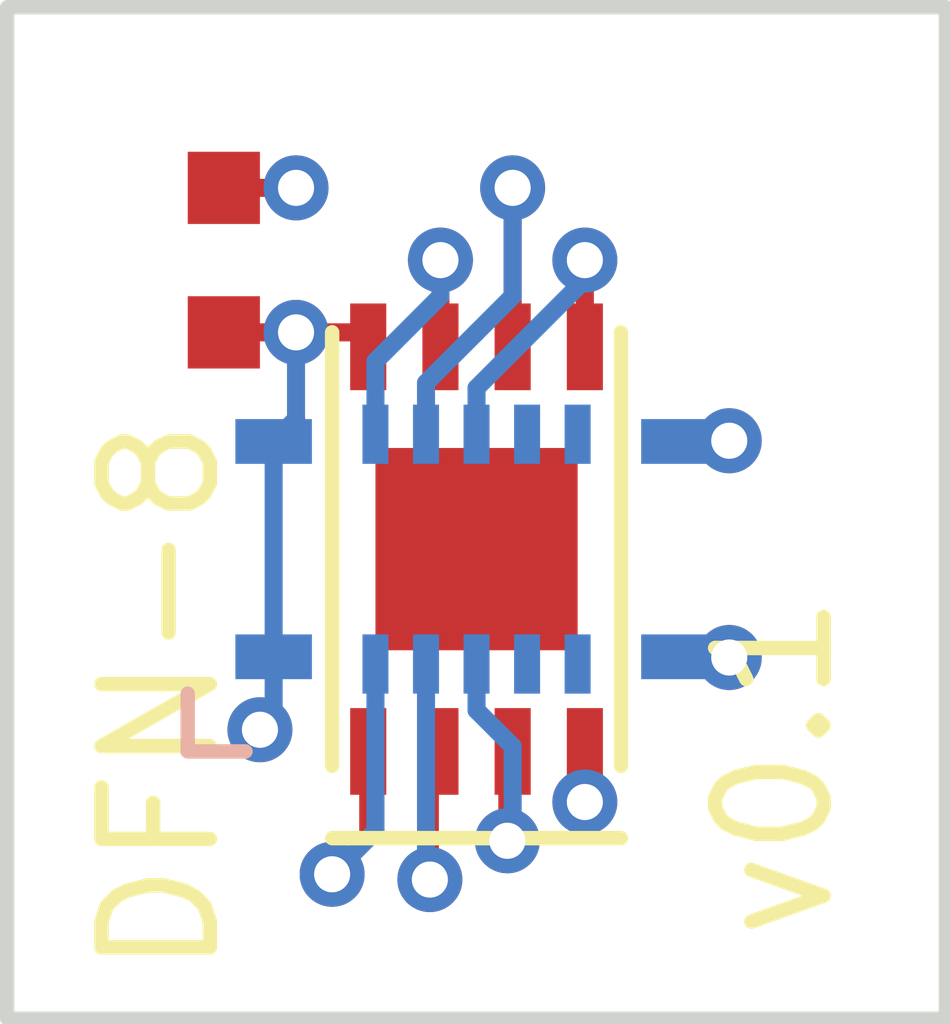
<source format=kicad_pcb>
(kicad_pcb (version 20240108) (generator "pcbnew") (generator_version "8.0")
  (layers (0 "F.Cu" signal) (1 "In1.Cu" signal) (2 "In2.Cu" signal) (31 "B.Cu" signal) (34 "B.Paste" user) (35 "F.Paste" user) (36 "B.SilkS" user "B.Silkscreen") (37 "F.SilkS" user "F.Silkscreen") (38 "B.Mask" user) (39 "F.Mask" user) (44 "Edge.Cuts" user))
  (net 0 "")
  (net 1 "/VCC")
  (net 2 "/GND")
  (net 3 "/DQ0")
  (net 4 "/SCK")
  (net 6 "/DQ1")
  (net 8 "/DQ2")
  (net 9 "/DQ3")
  (net 12 "/CS_N")
  (footprint "azonenberg_pcb:EIA_0402_CAP_NOSILK" (layer "F.Cu") (at 110.75 100.75 90)
    (property "Reference" "C1" (hide yes))
    (property "Value" "0.47 uF" (hide yes))
    (pad "1" smd rect (at -0.499999 0 90) (size 0.5 0.5) (layers "F.Cu" "F.Paste" "F.Mask") (net 1 "/VCC"))
    (pad "2" smd rect (at 0.499999 0 90) (size 0.5 0.5) (layers "F.Cu" "F.Paste" "F.Mask") (net 2 "/GND"))
  )
  (footprint "azonenberg_pcb:DFN_8_0.5MM_2x3MM_TALL" (layer "F.Cu") (at 112.5 102.75)
    (property "Reference" "U1" (hide yes))
    (property "Value" "W25Q80BV" (hide yes))
    (fp_line (start -1 -1.5) (end -1 1.5) (stroke (width 0.1)) (layer "F.SilkS"))
    (fp_line (start -1 2) (end 1 2) (stroke (width 0.1)) (layer "F.SilkS"))
    (fp_line (start 1 -1.5) (end 1 1.5) (stroke (width 0.1)) (layer "F.SilkS"))
    (pad "1" smd rect (at -0.75 1.4) (size 0.25 0.6) (layers "F.Cu" "F.Paste" "F.Mask") (net 12 "/CS_N"))
    (pad "2" smd rect (at -0.25 1.4) (size 0.25 0.6) (layers "F.Cu" "F.Paste" "F.Mask") (net 6 "/DQ1"))
    (pad "3" smd rect (at 0.25 1.4) (size 0.25 0.6) (layers "F.Cu" "F.Paste" "F.Mask") (net 8 "/DQ2"))
    (pad "4" smd rect (at 0.75 1.4) (size 0.25 0.6) (layers "F.Cu" "F.Paste" "F.Mask") (net 2 "/GND"))
    (pad "5" smd rect (at 0.75 -1.4) (size 0.25 0.6) (layers "F.Cu" "F.Paste" "F.Mask") (net 3 "/DQ0"))
    (pad "6" smd rect (at 0.25 -1.4) (size 0.25 0.6) (layers "F.Cu" "F.Paste" "F.Mask") (net 4 "/SCK"))
    (pad "7" smd rect (at -0.25 -1.4) (size 0.25 0.6) (layers "F.Cu" "F.Paste" "F.Mask") (net 9 "/DQ3"))
    (pad "8" smd rect (at -0.75 -1.4) (size 0.25 0.6) (layers "F.Cu" "F.Paste" "F.Mask") (net 1 "/VCC"))
    (pad "PAD" smd rect (at 0 0) (size 1.4 1.4) (layers "F.Cu" "F.Mask"))
  )
  (footprint "azonenberg_pcb:CONN_AMPHENOL_103R010BB100" (layer "B.Cu") (at 112.5 102.75)
    (property "Reference" "J1" (hide yes))
    (property "Value" "103R010BB100" (hide yes))
    (fp_line (start -2 1) (end -2 1.4) (stroke (width 0.1)) (layer "B.SilkS"))
    (fp_line (start -2 1.4) (end -1.6 1.4) (stroke (width 0.1)) (layer "B.SilkS"))
    (pad "1" smd rect (at -0.7 0.795) (size 0.18 0.41) (layers "B.Cu" "B.Paste" "B.Mask") (net 12 "/CS_N"))
    (pad "2" smd rect (at -0.349999 0.795) (size 0.18 0.41) (layers "B.Cu" "B.Paste" "B.Mask") (net 6 "/DQ1"))
    (pad "3" smd rect (at 0 0.795) (size 0.18 0.41) (layers "B.Cu" "B.Paste" "B.Mask") (net 8 "/DQ2"))
    (pad "4" smd rect (at 0.349999 0.795) (size 0.18 0.41) (layers "B.Cu" "B.Paste" "B.Mask"))
    (pad "5" smd rect (at 0.7 0.795) (size 0.18 0.41) (layers "B.Cu" "B.Paste" "B.Mask"))
    (pad "6" smd rect (at -0.7 -0.795) (size 0.18 0.41) (layers "B.Cu" "B.Paste" "B.Mask") (net 9 "/DQ3"))
    (pad "7" smd rect (at -0.349999 -0.795) (size 0.18 0.41) (layers "B.Cu" "B.Paste" "B.Mask") (net 4 "/SCK"))
    (pad "8" smd rect (at 0 -0.795) (size 0.18 0.41) (layers "B.Cu" "B.Paste" "B.Mask") (net 3 "/DQ0"))
    (pad "9" smd rect (at 0.349999 -0.795) (size 0.18 0.41) (layers "B.Cu" "B.Paste" "B.Mask"))
    (pad "10" smd rect (at 0.7 -0.795) (size 0.18 0.41) (layers "B.Cu" "B.Paste" "B.Mask"))
    (pad "11" smd rect (at -1.405 -0.745001) (size 0.53 0.31) (layers "B.Cu" "B.Paste" "B.Mask") (net 1 "/VCC"))
    (pad "12" smd rect (at -1.405 0.745001) (size 0.53 0.31) (layers "B.Cu" "B.Paste" "B.Mask") (net 1 "/VCC"))
    (pad "13" smd rect (at 1.405 0.745001) (size 0.53 0.31) (layers "B.Cu" "B.Paste" "B.Mask") (net 2 "/GND"))
    (pad "14" smd rect (at 1.405 -0.745001) (size 0.53 0.31) (layers "B.Cu" "B.Paste" "B.Mask") (net 2 "/GND"))
  )
  (gr_rect (start 109.25 99) (end 115.75 106) (stroke (width 0.1)) (fill none) (layer "Edge.Cuts"))
  (gr_text "v0.1" (at 115 105.5 90) (layer "F.SilkS") (effects (font (size 0.75 0.75) (thickness 0.1)) (justify left bottom)))
  (gr_text "DFN-8" (at 110.75 105.75 90) (layer "F.SilkS") (effects (font (size 0.75 0.75) (thickness 0.1)) (justify left bottom)))
  (segment (start 110.75 101.249999) (end 111.249999 101.249999) (width 0.125) (layer "F.Cu") (net 1))
  (segment (start 111.249999 101.249999) (end 111.25 101.25) (width 0.125) (layer "F.Cu") (net 1))
  (segment (start 111.25 101.25) (end 111.65 101.25) (width 0.125) (layer "F.Cu") (net 1))
  (segment (start 111.65 101.25) (end 111.75 101.35) (width 0.125) (layer "F.Cu") (net 1))
  (via (at 111 104) (size 0.45) (drill 0.25) (layers "F.Cu" "B.Cu") (net 1))
  (via (at 111.25 101.25) (size 0.45) (drill 0.25) (layers "F.Cu" "B.Cu") (net 1))
  (segment (start 111.095 103.905) (end 111 104) (width 0.125) (layer "B.Cu") (net 1))
  (segment (start 111.25 101.849999) (end 111.095 102.004999) (width 0.125) (layer "B.Cu") (net 1))
  (segment (start 111.095 102.004999) (end 111.095 103.495001) (width 0.125) (layer "B.Cu") (net 1))
  (segment (start 111.25 101.25) (end 111.25 101.849999) (width 0.125) (layer "B.Cu") (net 1))
  (segment (start 111.095 103.495001) (end 111.095 103.905) (width 0.125) (layer "B.Cu") (net 1))
  (segment (start 110.75 100.250001) (end 111.249999 100.250001) (width 0.125) (layer "F.Cu") (net 2))
  (segment (start 111.249999 100.250001) (end 111.25 100.25) (width 0.125) (layer "F.Cu") (net 2))
  (segment (start 113.25 104.15) (end 113.25 104.5) (width 0.125) (layer "F.Cu") (net 2))
  (via (at 114.25 102) (size 0.45) (drill 0.25) (layers "F.Cu" "B.Cu") (net 2))
  (via (at 113.25 104.5) (size 0.45) (drill 0.25) (layers "F.Cu" "B.Cu") (net 2))
  (via (at 111.25 100.25) (size 0.45) (drill 0.25) (layers "F.Cu" "B.Cu") (net 2))
  (via (at 114.25 103.5) (size 0.45) (drill 0.25) (layers "F.Cu" "B.Cu") (net 2))
  (segment (start 114.245001 102.004999) (end 114.25 102) (width 0.125) (layer "B.Cu") (net 2))
  (segment (start 113.905 102.004999) (end 114.245001 102.004999) (width 0.125) (layer "B.Cu") (net 2))
  (segment (start 113.905 103.495001) (end 114.245001 103.495001) (width 0.125) (layer "B.Cu") (net 2))
  (segment (start 114.245001 103.495001) (end 114.25 103.5) (width 0.125) (layer "B.Cu") (net 2))
  (segment (start 113.25 100.75) (end 113.25 101.35) (width 0.125) (layer "F.Cu") (net 3))
  (via (at 113.25 100.75) (size 0.45) (drill 0.25) (layers "F.Cu" "B.Cu") (net 3))
  (segment (start 113.25 100.884999) (end 113.25 100.75) (width 0.125) (layer "B.Cu") (net 3))
  (segment (start 112.5 101.634999) (end 113.25 100.884999) (width 0.125) (layer "B.Cu") (net 3))
  (segment (start 112.5 101.955) (end 112.5 101.634999) (width 0.125) (layer "B.Cu") (net 3))
  (segment (start 112.75 100.25) (end 112.75 101.35) (width 0.125) (layer "F.Cu") (net 4))
  (via (at 112.75 100.25) (size 0.45) (drill 0.25) (layers "F.Cu" "B.Cu") (net 4))
  (segment (start 112.150001 101.955) (end 112.150001 101.599999) (width 0.125) (layer "B.Cu") (net 4))
  (segment (start 112.5 101.25) (end 112.75 101) (width 0.125) (layer "B.Cu") (net 4))
  (segment (start 112.75 101) (end 112.75 100.25) (width 0.125) (layer "B.Cu") (net 4))
  (segment (start 112.150001 101.599999) (end 112.5 101.25) (width 0.125) (layer "B.Cu") (net 4))
  (segment (start 112.176683 104.223317) (end 112.25 104.15) (width 0.125) (layer "F.Cu") (net 6))
  (segment (start 112.176683 105.036659) (end 112.176683 104.223317) (width 0.125) (layer "F.Cu") (net 6))
  (via (at 112.176683 105.036659) (size 0.45) (drill 0.25) (layers "F.Cu" "B.Cu") (net 6))
  (segment (start 112.150001 103.545) (end 112.150001 105.009977) (width 0.125) (layer "B.Cu") (net 6))
  (segment (start 112.150001 105.009977) (end 112.176683 105.036659) (width 0.125) (layer "B.Cu") (net 6))
  (segment (start 112.713341 104.768329) (end 112.713341 104.186659) (width 0.125) (layer "F.Cu") (net 8))
  (segment (start 112.713341 104.186659) (end 112.75 104.15) (width 0.125) (layer "F.Cu") (net 8))
  (via (at 112.713341 104.768329) (size 0.45) (drill 0.25) (layers "F.Cu" "B.Cu") (net 8))
  (segment (start 112.5 103.545) (end 112.5 103.865001) (width 0.125) (layer "B.Cu") (net 8))
  (segment (start 112.75 104.25) (end 112.75 104.73167) (width 0.125) (layer "B.Cu") (net 8))
  (segment (start 112.75 104.73167) (end 112.713341 104.768329) (width 0.125) (layer "B.Cu") (net 8))
  (segment (start 112.75 104.115001) (end 112.75 104.25) (width 0.125) (layer "B.Cu") (net 8))
  (segment (start 112.5 103.865001) (end 112.75 104.115001) (width 0.125) (layer "B.Cu") (net 8))
  (segment (start 112.25 101.35) (end 112.25 100.75) (width 0.125) (layer "F.Cu") (net 9))
  (via (at 112.25 100.75) (size 0.45) (drill 0.25) (layers "F.Cu" "B.Cu") (net 9))
  (segment (start 112.25 101) (end 111.8 101.45) (width 0.125) (layer "B.Cu") (net 9))
  (segment (start 112.25 100.75) (end 112.25 101) (width 0.125) (layer "B.Cu") (net 9))
  (segment (start 111.8 101.45) (end 111.8 101.955) (width 0.125) (layer "B.Cu") (net 9))
  (segment (start 111.75 104.15) (end 111.75 104.75) (width 0.125) (layer "F.Cu") (net 12))
  (segment (start 111.75 104.75) (end 111.5 105) (width 0.125) (layer "F.Cu") (net 12))
  (via (at 111.5 105) (size 0.45) (drill 0.25) (layers "F.Cu" "B.Cu") (net 12))
  (segment (start 111.8 104.7) (end 111.8 103.545) (width 0.125) (layer "B.Cu") (net 12))
  (segment (start 111.5 105) (end 111.8 104.7) (width 0.125) (layer "B.Cu") (net 12))
)
</source>
